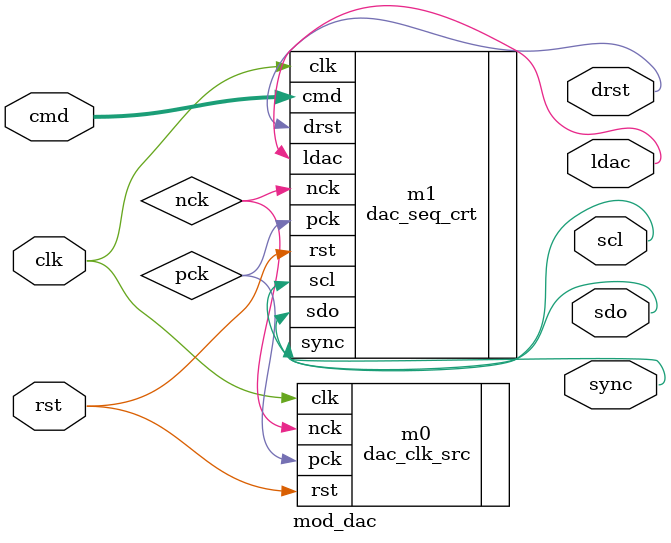
<source format=v>
module mod_dac (clk,rst,cmd,sync,scl,sdo,ldac,drst);

input wire clk,rst;
input wire [23:0] cmd;
output wire sync,scl,sdo,ldac,drst;

wire pck,nck;
dac_clk_src m0 (.clk(clk),.rst(rst),.nck(nck),.pck(pck));
dac_seq_crt m1 (.clk(clk),.rst(rst),.cmd(cmd),.pck(pck),.nck(nck),.sync(sync),.scl(scl),.sdo(sdo),.ldac(ldac),.drst(drst));

endmodule 

</source>
